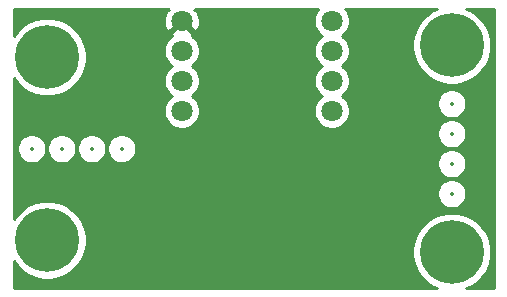
<source format=gbl>
G04 #@! TF.GenerationSoftware,KiCad,Pcbnew,(5.1.9-16-g1737927814)-1*
G04 #@! TF.CreationDate,2021-04-01T12:21:51-04:00*
G04 #@! TF.ProjectId,pressure_ms4525do,70726573-7375-4726-955f-6d7334353235,1*
G04 #@! TF.SameCoordinates,Original*
G04 #@! TF.FileFunction,Copper,L2,Bot*
G04 #@! TF.FilePolarity,Positive*
%FSLAX45Y45*%
G04 Gerber Fmt 4.5, Leading zero omitted, Abs format (unit mm)*
G04 Created by KiCad (PCBNEW (5.1.9-16-g1737927814)-1) date 2021-04-01 12:21:51*
%MOMM*%
%LPD*%
G01*
G04 APERTURE LIST*
G04 #@! TA.AperFunction,ComponentPad*
%ADD10C,1.800000*%
G04 #@! TD*
G04 #@! TA.AperFunction,ComponentPad*
%ADD11C,5.400000*%
G04 #@! TD*
G04 #@! TA.AperFunction,ComponentPad*
%ADD12C,0.800000*%
G04 #@! TD*
G04 #@! TA.AperFunction,ViaPad*
%ADD13C,0.600000*%
G04 #@! TD*
G04 #@! TA.AperFunction,Conductor*
%ADD14C,0.254000*%
G04 #@! TD*
G04 #@! TA.AperFunction,Conductor*
%ADD15C,0.100000*%
G04 #@! TD*
%ADD16C,0.300000*%
%ADD17C,0.350000*%
G04 APERTURE END LIST*
D10*
X2760000Y-169000D03*
X2760000Y-423000D03*
X2760000Y-677000D03*
X2760000Y-931000D03*
X1490000Y-931000D03*
X1490000Y-677000D03*
X1490000Y-423000D03*
X1490000Y-169000D03*
D11*
X3775000Y-2125000D03*
D12*
X3977500Y-2125000D03*
X3918189Y-2268189D03*
X3775000Y-2327500D03*
X3631811Y-2268189D03*
X3572500Y-2125000D03*
X3631811Y-1981811D03*
X3775000Y-1922500D03*
X3918189Y-1981811D03*
D11*
X3775000Y-375000D03*
D12*
X3977500Y-375000D03*
X3918189Y-518189D03*
X3775000Y-577500D03*
X3631811Y-518189D03*
X3572500Y-375000D03*
X3631811Y-231811D03*
X3775000Y-172500D03*
X3918189Y-231811D03*
D11*
X350000Y-2025000D03*
D12*
X552500Y-2025000D03*
X493189Y-2168189D03*
X350000Y-2227500D03*
X206811Y-2168189D03*
X147500Y-2025000D03*
X206811Y-1881811D03*
X350000Y-1822500D03*
X493189Y-1881811D03*
D11*
X350000Y-475000D03*
D12*
X552500Y-475000D03*
X493189Y-618189D03*
X350000Y-677500D03*
X206811Y-618189D03*
X147500Y-475000D03*
X206811Y-331811D03*
X350000Y-272500D03*
X493189Y-331811D03*
D13*
X473000Y-1598000D03*
X981000Y-1594000D03*
X3427000Y-1123000D03*
D14*
X1371997Y-68958D02*
X1383592Y-80553D01*
X1358174Y-88921D01*
X1345084Y-116177D01*
X1337564Y-145464D01*
X1335901Y-175655D01*
X1340160Y-205591D01*
X1350178Y-234120D01*
X1358174Y-249079D01*
X1383592Y-257447D01*
X1472039Y-169000D01*
X1470625Y-167586D01*
X1488586Y-149625D01*
X1490000Y-151040D01*
X1491414Y-149625D01*
X1509375Y-167586D01*
X1507960Y-169000D01*
X1596408Y-257447D01*
X1621826Y-249079D01*
X1634916Y-221822D01*
X1642436Y-192536D01*
X1644099Y-162345D01*
X1639840Y-132409D01*
X1629822Y-103880D01*
X1621826Y-88921D01*
X1596408Y-80553D01*
X1608003Y-68958D01*
X1605045Y-66000D01*
X2645918Y-66000D01*
X2640769Y-71150D01*
X2623970Y-96290D01*
X2612399Y-124226D01*
X2606500Y-153882D01*
X2606500Y-184118D01*
X2612399Y-213774D01*
X2623970Y-241709D01*
X2640769Y-266851D01*
X2662150Y-288231D01*
X2673776Y-296000D01*
X2662150Y-303769D01*
X2640769Y-325150D01*
X2623970Y-350290D01*
X2612399Y-378226D01*
X2606500Y-407882D01*
X2606500Y-438118D01*
X2612399Y-467774D01*
X2623970Y-495709D01*
X2640769Y-520850D01*
X2662150Y-542231D01*
X2673776Y-550000D01*
X2662150Y-557769D01*
X2640769Y-579150D01*
X2623970Y-604291D01*
X2612399Y-632226D01*
X2606500Y-661882D01*
X2606500Y-692118D01*
X2612399Y-721774D01*
X2623970Y-749709D01*
X2640769Y-774850D01*
X2662150Y-796231D01*
X2673776Y-804000D01*
X2662150Y-811769D01*
X2640769Y-833149D01*
X2623970Y-858290D01*
X2612399Y-886226D01*
X2606500Y-915882D01*
X2606500Y-946118D01*
X2612399Y-975774D01*
X2623970Y-1003709D01*
X2640769Y-1028850D01*
X2662150Y-1050231D01*
X2687291Y-1067030D01*
X2715226Y-1078601D01*
X2744882Y-1084500D01*
X2775118Y-1084500D01*
X2804774Y-1078601D01*
X2832709Y-1067030D01*
X2857850Y-1050231D01*
X2879231Y-1028850D01*
X2896030Y-1003709D01*
X2907601Y-975774D01*
X2913500Y-946118D01*
X2913500Y-915882D01*
X2907601Y-886226D01*
X2896030Y-858290D01*
X2895058Y-856836D01*
X3651500Y-856836D01*
X3651500Y-881164D01*
X3656246Y-905024D01*
X3665556Y-927499D01*
X3679071Y-947727D01*
X3696273Y-964929D01*
X3716501Y-978444D01*
X3738976Y-987754D01*
X3762836Y-992500D01*
X3787164Y-992500D01*
X3811024Y-987754D01*
X3833499Y-978444D01*
X3853727Y-964929D01*
X3870929Y-947727D01*
X3884444Y-927499D01*
X3893754Y-905024D01*
X3898500Y-881164D01*
X3898500Y-856836D01*
X3893754Y-832976D01*
X3884444Y-810501D01*
X3870929Y-790273D01*
X3853727Y-773071D01*
X3833499Y-759556D01*
X3811024Y-750246D01*
X3787164Y-745500D01*
X3762836Y-745500D01*
X3738976Y-750246D01*
X3716501Y-759556D01*
X3696273Y-773071D01*
X3679071Y-790273D01*
X3665556Y-810501D01*
X3656246Y-832976D01*
X3651500Y-856836D01*
X2895058Y-856836D01*
X2879231Y-833149D01*
X2857850Y-811769D01*
X2846224Y-804000D01*
X2857850Y-796231D01*
X2879231Y-774850D01*
X2896030Y-749709D01*
X2907601Y-721774D01*
X2913500Y-692118D01*
X2913500Y-661882D01*
X2907601Y-632226D01*
X2896030Y-604291D01*
X2879231Y-579150D01*
X2857850Y-557769D01*
X2846224Y-550000D01*
X2857850Y-542231D01*
X2879231Y-520850D01*
X2896030Y-495709D01*
X2907601Y-467774D01*
X2913500Y-438118D01*
X2913500Y-407882D01*
X2907601Y-378226D01*
X2896030Y-350290D01*
X2879231Y-325150D01*
X2857850Y-303769D01*
X2846224Y-296000D01*
X2857850Y-288231D01*
X2879231Y-266851D01*
X2896030Y-241709D01*
X2907601Y-213774D01*
X2913500Y-184118D01*
X2913500Y-153882D01*
X2907601Y-124226D01*
X2896030Y-96290D01*
X2879231Y-71150D01*
X2874082Y-66000D01*
X3649514Y-66000D01*
X3617028Y-79456D01*
X3562406Y-115954D01*
X3515954Y-162406D01*
X3479456Y-217028D01*
X3454316Y-277722D01*
X3441500Y-342153D01*
X3441500Y-407847D01*
X3454316Y-472278D01*
X3479456Y-532972D01*
X3515954Y-587594D01*
X3562406Y-634046D01*
X3617028Y-670544D01*
X3677722Y-695684D01*
X3742153Y-708500D01*
X3807847Y-708500D01*
X3872278Y-695684D01*
X3932971Y-670544D01*
X3987594Y-634046D01*
X4034046Y-587594D01*
X4070544Y-532972D01*
X4095684Y-472278D01*
X4108500Y-407847D01*
X4108500Y-342153D01*
X4095684Y-277722D01*
X4070544Y-217028D01*
X4034046Y-162406D01*
X3987594Y-115954D01*
X3932971Y-79456D01*
X3900486Y-66000D01*
X4134000Y-66000D01*
X4134000Y-2434000D01*
X3900486Y-2434000D01*
X3932971Y-2420544D01*
X3987594Y-2384046D01*
X4034046Y-2337594D01*
X4070544Y-2282972D01*
X4095684Y-2222278D01*
X4108500Y-2157847D01*
X4108500Y-2092153D01*
X4095684Y-2027722D01*
X4070544Y-1967028D01*
X4034046Y-1912406D01*
X3987594Y-1865954D01*
X3932971Y-1829456D01*
X3872278Y-1804316D01*
X3807847Y-1791500D01*
X3742153Y-1791500D01*
X3677722Y-1804316D01*
X3617028Y-1829456D01*
X3562406Y-1865954D01*
X3515954Y-1912406D01*
X3479456Y-1967028D01*
X3454316Y-2027722D01*
X3441500Y-2092153D01*
X3441500Y-2157847D01*
X3454316Y-2222278D01*
X3479456Y-2282972D01*
X3515954Y-2337594D01*
X3562406Y-2384046D01*
X3617028Y-2420544D01*
X3649514Y-2434000D01*
X66000Y-2434000D01*
X66000Y-2200248D01*
X90954Y-2237594D01*
X137406Y-2284046D01*
X192028Y-2320544D01*
X252722Y-2345684D01*
X317153Y-2358500D01*
X382847Y-2358500D01*
X447278Y-2345684D01*
X507971Y-2320544D01*
X562594Y-2284046D01*
X609046Y-2237594D01*
X645544Y-2182972D01*
X670684Y-2122278D01*
X683500Y-2057847D01*
X683500Y-1992153D01*
X670684Y-1927722D01*
X645544Y-1867028D01*
X609046Y-1812406D01*
X562594Y-1765954D01*
X507971Y-1729456D01*
X447278Y-1704316D01*
X382847Y-1691500D01*
X317153Y-1691500D01*
X252722Y-1704316D01*
X192028Y-1729456D01*
X137406Y-1765954D01*
X90954Y-1812406D01*
X66000Y-1849752D01*
X66000Y-1618836D01*
X3651500Y-1618836D01*
X3651500Y-1643164D01*
X3656246Y-1667024D01*
X3665556Y-1689499D01*
X3679071Y-1709727D01*
X3696273Y-1726929D01*
X3716501Y-1740444D01*
X3738976Y-1749754D01*
X3762836Y-1754500D01*
X3787164Y-1754500D01*
X3811024Y-1749754D01*
X3833499Y-1740444D01*
X3853727Y-1726929D01*
X3870929Y-1709727D01*
X3884444Y-1689499D01*
X3893754Y-1667024D01*
X3898500Y-1643164D01*
X3898500Y-1618836D01*
X3893754Y-1594976D01*
X3884444Y-1572501D01*
X3870929Y-1552273D01*
X3853727Y-1535071D01*
X3833499Y-1521556D01*
X3811024Y-1512246D01*
X3787164Y-1507500D01*
X3762836Y-1507500D01*
X3738976Y-1512246D01*
X3716501Y-1521556D01*
X3696273Y-1535071D01*
X3679071Y-1552273D01*
X3665556Y-1572501D01*
X3656246Y-1594976D01*
X3651500Y-1618836D01*
X66000Y-1618836D01*
X66000Y-1237836D01*
X95500Y-1237836D01*
X95500Y-1262164D01*
X100246Y-1286024D01*
X109556Y-1308499D01*
X123071Y-1328727D01*
X140273Y-1345929D01*
X160501Y-1359444D01*
X182976Y-1368754D01*
X206836Y-1373500D01*
X231164Y-1373500D01*
X255024Y-1368754D01*
X277499Y-1359444D01*
X297727Y-1345929D01*
X314929Y-1328727D01*
X328444Y-1308499D01*
X337754Y-1286024D01*
X342500Y-1262164D01*
X342500Y-1237836D01*
X349500Y-1237836D01*
X349500Y-1262164D01*
X354246Y-1286024D01*
X363556Y-1308499D01*
X377071Y-1328727D01*
X394273Y-1345929D01*
X414501Y-1359444D01*
X436976Y-1368754D01*
X460836Y-1373500D01*
X485164Y-1373500D01*
X509024Y-1368754D01*
X531499Y-1359444D01*
X551727Y-1345929D01*
X568929Y-1328727D01*
X582444Y-1308499D01*
X591754Y-1286024D01*
X596500Y-1262164D01*
X596500Y-1237836D01*
X603500Y-1237836D01*
X603500Y-1262164D01*
X608246Y-1286024D01*
X617556Y-1308499D01*
X631071Y-1328727D01*
X648273Y-1345929D01*
X668501Y-1359444D01*
X690976Y-1368754D01*
X714836Y-1373500D01*
X739164Y-1373500D01*
X763024Y-1368754D01*
X785499Y-1359444D01*
X805727Y-1345929D01*
X822929Y-1328727D01*
X836444Y-1308499D01*
X845754Y-1286024D01*
X850500Y-1262164D01*
X850500Y-1237836D01*
X857500Y-1237836D01*
X857500Y-1262164D01*
X862246Y-1286024D01*
X871556Y-1308499D01*
X885071Y-1328727D01*
X902273Y-1345929D01*
X922501Y-1359444D01*
X944976Y-1368754D01*
X968836Y-1373500D01*
X993164Y-1373500D01*
X1017024Y-1368754D01*
X1026482Y-1364836D01*
X3651500Y-1364836D01*
X3651500Y-1389164D01*
X3656246Y-1413024D01*
X3665556Y-1435499D01*
X3679071Y-1455727D01*
X3696273Y-1472929D01*
X3716501Y-1486444D01*
X3738976Y-1495754D01*
X3762836Y-1500500D01*
X3787164Y-1500500D01*
X3811024Y-1495754D01*
X3833499Y-1486444D01*
X3853727Y-1472929D01*
X3870929Y-1455727D01*
X3884444Y-1435499D01*
X3893754Y-1413024D01*
X3898500Y-1389164D01*
X3898500Y-1364836D01*
X3893754Y-1340976D01*
X3884444Y-1318501D01*
X3870929Y-1298273D01*
X3853727Y-1281071D01*
X3833499Y-1267556D01*
X3811024Y-1258246D01*
X3787164Y-1253500D01*
X3762836Y-1253500D01*
X3738976Y-1258246D01*
X3716501Y-1267556D01*
X3696273Y-1281071D01*
X3679071Y-1298273D01*
X3665556Y-1318501D01*
X3656246Y-1340976D01*
X3651500Y-1364836D01*
X1026482Y-1364836D01*
X1039499Y-1359444D01*
X1059727Y-1345929D01*
X1076929Y-1328727D01*
X1090444Y-1308499D01*
X1099754Y-1286024D01*
X1104500Y-1262164D01*
X1104500Y-1237836D01*
X1099754Y-1213976D01*
X1090444Y-1191501D01*
X1076929Y-1171273D01*
X1059727Y-1154071D01*
X1039499Y-1140556D01*
X1017024Y-1131246D01*
X993164Y-1126500D01*
X968836Y-1126500D01*
X944976Y-1131246D01*
X922501Y-1140556D01*
X902273Y-1154071D01*
X885071Y-1171273D01*
X871556Y-1191501D01*
X862246Y-1213976D01*
X857500Y-1237836D01*
X850500Y-1237836D01*
X845754Y-1213976D01*
X836444Y-1191501D01*
X822929Y-1171273D01*
X805727Y-1154071D01*
X785499Y-1140556D01*
X763024Y-1131246D01*
X739164Y-1126500D01*
X714836Y-1126500D01*
X690976Y-1131246D01*
X668501Y-1140556D01*
X648273Y-1154071D01*
X631071Y-1171273D01*
X617556Y-1191501D01*
X608246Y-1213976D01*
X603500Y-1237836D01*
X596500Y-1237836D01*
X591754Y-1213976D01*
X582444Y-1191501D01*
X568929Y-1171273D01*
X551727Y-1154071D01*
X531499Y-1140556D01*
X509024Y-1131246D01*
X485164Y-1126500D01*
X460836Y-1126500D01*
X436976Y-1131246D01*
X414501Y-1140556D01*
X394273Y-1154071D01*
X377071Y-1171273D01*
X363556Y-1191501D01*
X354246Y-1213976D01*
X349500Y-1237836D01*
X342500Y-1237836D01*
X337754Y-1213976D01*
X328444Y-1191501D01*
X314929Y-1171273D01*
X297727Y-1154071D01*
X277499Y-1140556D01*
X255024Y-1131246D01*
X231164Y-1126500D01*
X206836Y-1126500D01*
X182976Y-1131246D01*
X160501Y-1140556D01*
X140273Y-1154071D01*
X123071Y-1171273D01*
X109556Y-1191501D01*
X100246Y-1213976D01*
X95500Y-1237836D01*
X66000Y-1237836D01*
X66000Y-1110836D01*
X3651500Y-1110836D01*
X3651500Y-1135164D01*
X3656246Y-1159024D01*
X3665556Y-1181499D01*
X3679071Y-1201727D01*
X3696273Y-1218929D01*
X3716501Y-1232444D01*
X3738976Y-1241754D01*
X3762836Y-1246500D01*
X3787164Y-1246500D01*
X3811024Y-1241754D01*
X3833499Y-1232444D01*
X3853727Y-1218929D01*
X3870929Y-1201727D01*
X3884444Y-1181499D01*
X3893754Y-1159024D01*
X3898500Y-1135164D01*
X3898500Y-1110836D01*
X3893754Y-1086976D01*
X3884444Y-1064501D01*
X3870929Y-1044273D01*
X3853727Y-1027071D01*
X3833499Y-1013556D01*
X3811024Y-1004246D01*
X3787164Y-999500D01*
X3762836Y-999500D01*
X3738976Y-1004246D01*
X3716501Y-1013556D01*
X3696273Y-1027071D01*
X3679071Y-1044273D01*
X3665556Y-1064501D01*
X3656246Y-1086976D01*
X3651500Y-1110836D01*
X66000Y-1110836D01*
X66000Y-650248D01*
X90954Y-687594D01*
X137406Y-734046D01*
X192028Y-770544D01*
X252722Y-795684D01*
X317153Y-808500D01*
X382847Y-808500D01*
X447278Y-795684D01*
X507971Y-770544D01*
X562594Y-734046D01*
X609046Y-687594D01*
X645544Y-632972D01*
X670684Y-572278D01*
X683500Y-507847D01*
X683500Y-442153D01*
X676683Y-407882D01*
X1336500Y-407882D01*
X1336500Y-438118D01*
X1342399Y-467774D01*
X1353970Y-495709D01*
X1370769Y-520850D01*
X1392150Y-542231D01*
X1403776Y-550000D01*
X1392150Y-557769D01*
X1370769Y-579150D01*
X1353970Y-604291D01*
X1342399Y-632226D01*
X1336500Y-661882D01*
X1336500Y-692118D01*
X1342399Y-721774D01*
X1353970Y-749709D01*
X1370769Y-774850D01*
X1392150Y-796231D01*
X1403776Y-804000D01*
X1392150Y-811769D01*
X1370769Y-833149D01*
X1353970Y-858290D01*
X1342399Y-886226D01*
X1336500Y-915882D01*
X1336500Y-946118D01*
X1342399Y-975774D01*
X1353970Y-1003709D01*
X1370769Y-1028850D01*
X1392150Y-1050231D01*
X1417290Y-1067030D01*
X1445226Y-1078601D01*
X1474882Y-1084500D01*
X1505118Y-1084500D01*
X1534774Y-1078601D01*
X1562709Y-1067030D01*
X1587850Y-1050231D01*
X1609231Y-1028850D01*
X1626030Y-1003709D01*
X1637601Y-975774D01*
X1643500Y-946118D01*
X1643500Y-915882D01*
X1637601Y-886226D01*
X1626030Y-858290D01*
X1609231Y-833149D01*
X1587850Y-811769D01*
X1576224Y-804000D01*
X1587850Y-796231D01*
X1609231Y-774850D01*
X1626030Y-749709D01*
X1637601Y-721774D01*
X1643500Y-692118D01*
X1643500Y-661882D01*
X1637601Y-632226D01*
X1626030Y-604291D01*
X1609231Y-579150D01*
X1587850Y-557769D01*
X1576224Y-550000D01*
X1587850Y-542231D01*
X1609231Y-520850D01*
X1626030Y-495709D01*
X1637601Y-467774D01*
X1643500Y-438118D01*
X1643500Y-407882D01*
X1637601Y-378226D01*
X1626030Y-350290D01*
X1609231Y-325150D01*
X1587850Y-303769D01*
X1572489Y-293505D01*
X1578447Y-275408D01*
X1490000Y-186960D01*
X1401552Y-275408D01*
X1407510Y-293505D01*
X1392150Y-303769D01*
X1370769Y-325150D01*
X1353970Y-350290D01*
X1342399Y-378226D01*
X1336500Y-407882D01*
X676683Y-407882D01*
X670684Y-377722D01*
X645544Y-317029D01*
X609046Y-262406D01*
X562594Y-215954D01*
X507971Y-179456D01*
X447278Y-154316D01*
X382847Y-141500D01*
X317153Y-141500D01*
X252722Y-154316D01*
X192028Y-179456D01*
X137406Y-215954D01*
X90954Y-262406D01*
X66000Y-299752D01*
X66000Y-66000D01*
X1374955Y-66000D01*
X1371997Y-68958D01*
G04 #@! TA.AperFunction,Conductor*
D15*
G36*
X1371997Y-68958D02*
G01*
X1383592Y-80553D01*
X1358174Y-88921D01*
X1345084Y-116177D01*
X1337564Y-145464D01*
X1335901Y-175655D01*
X1340160Y-205591D01*
X1350178Y-234120D01*
X1358174Y-249079D01*
X1383592Y-257447D01*
X1472039Y-169000D01*
X1470625Y-167586D01*
X1488586Y-149625D01*
X1490000Y-151040D01*
X1491414Y-149625D01*
X1509375Y-167586D01*
X1507960Y-169000D01*
X1596408Y-257447D01*
X1621826Y-249079D01*
X1634916Y-221822D01*
X1642436Y-192536D01*
X1644099Y-162345D01*
X1639840Y-132409D01*
X1629822Y-103880D01*
X1621826Y-88921D01*
X1596408Y-80553D01*
X1608003Y-68958D01*
X1605045Y-66000D01*
X2645918Y-66000D01*
X2640769Y-71150D01*
X2623970Y-96290D01*
X2612399Y-124226D01*
X2606500Y-153882D01*
X2606500Y-184118D01*
X2612399Y-213774D01*
X2623970Y-241709D01*
X2640769Y-266851D01*
X2662150Y-288231D01*
X2673776Y-296000D01*
X2662150Y-303769D01*
X2640769Y-325150D01*
X2623970Y-350290D01*
X2612399Y-378226D01*
X2606500Y-407882D01*
X2606500Y-438118D01*
X2612399Y-467774D01*
X2623970Y-495709D01*
X2640769Y-520850D01*
X2662150Y-542231D01*
X2673776Y-550000D01*
X2662150Y-557769D01*
X2640769Y-579150D01*
X2623970Y-604291D01*
X2612399Y-632226D01*
X2606500Y-661882D01*
X2606500Y-692118D01*
X2612399Y-721774D01*
X2623970Y-749709D01*
X2640769Y-774850D01*
X2662150Y-796231D01*
X2673776Y-804000D01*
X2662150Y-811769D01*
X2640769Y-833149D01*
X2623970Y-858290D01*
X2612399Y-886226D01*
X2606500Y-915882D01*
X2606500Y-946118D01*
X2612399Y-975774D01*
X2623970Y-1003709D01*
X2640769Y-1028850D01*
X2662150Y-1050231D01*
X2687291Y-1067030D01*
X2715226Y-1078601D01*
X2744882Y-1084500D01*
X2775118Y-1084500D01*
X2804774Y-1078601D01*
X2832709Y-1067030D01*
X2857850Y-1050231D01*
X2879231Y-1028850D01*
X2896030Y-1003709D01*
X2907601Y-975774D01*
X2913500Y-946118D01*
X2913500Y-915882D01*
X2907601Y-886226D01*
X2896030Y-858290D01*
X2895058Y-856836D01*
X3651500Y-856836D01*
X3651500Y-881164D01*
X3656246Y-905024D01*
X3665556Y-927499D01*
X3679071Y-947727D01*
X3696273Y-964929D01*
X3716501Y-978444D01*
X3738976Y-987754D01*
X3762836Y-992500D01*
X3787164Y-992500D01*
X3811024Y-987754D01*
X3833499Y-978444D01*
X3853727Y-964929D01*
X3870929Y-947727D01*
X3884444Y-927499D01*
X3893754Y-905024D01*
X3898500Y-881164D01*
X3898500Y-856836D01*
X3893754Y-832976D01*
X3884444Y-810501D01*
X3870929Y-790273D01*
X3853727Y-773071D01*
X3833499Y-759556D01*
X3811024Y-750246D01*
X3787164Y-745500D01*
X3762836Y-745500D01*
X3738976Y-750246D01*
X3716501Y-759556D01*
X3696273Y-773071D01*
X3679071Y-790273D01*
X3665556Y-810501D01*
X3656246Y-832976D01*
X3651500Y-856836D01*
X2895058Y-856836D01*
X2879231Y-833149D01*
X2857850Y-811769D01*
X2846224Y-804000D01*
X2857850Y-796231D01*
X2879231Y-774850D01*
X2896030Y-749709D01*
X2907601Y-721774D01*
X2913500Y-692118D01*
X2913500Y-661882D01*
X2907601Y-632226D01*
X2896030Y-604291D01*
X2879231Y-579150D01*
X2857850Y-557769D01*
X2846224Y-550000D01*
X2857850Y-542231D01*
X2879231Y-520850D01*
X2896030Y-495709D01*
X2907601Y-467774D01*
X2913500Y-438118D01*
X2913500Y-407882D01*
X2907601Y-378226D01*
X2896030Y-350290D01*
X2879231Y-325150D01*
X2857850Y-303769D01*
X2846224Y-296000D01*
X2857850Y-288231D01*
X2879231Y-266851D01*
X2896030Y-241709D01*
X2907601Y-213774D01*
X2913500Y-184118D01*
X2913500Y-153882D01*
X2907601Y-124226D01*
X2896030Y-96290D01*
X2879231Y-71150D01*
X2874082Y-66000D01*
X3649514Y-66000D01*
X3617028Y-79456D01*
X3562406Y-115954D01*
X3515954Y-162406D01*
X3479456Y-217028D01*
X3454316Y-277722D01*
X3441500Y-342153D01*
X3441500Y-407847D01*
X3454316Y-472278D01*
X3479456Y-532972D01*
X3515954Y-587594D01*
X3562406Y-634046D01*
X3617028Y-670544D01*
X3677722Y-695684D01*
X3742153Y-708500D01*
X3807847Y-708500D01*
X3872278Y-695684D01*
X3932971Y-670544D01*
X3987594Y-634046D01*
X4034046Y-587594D01*
X4070544Y-532972D01*
X4095684Y-472278D01*
X4108500Y-407847D01*
X4108500Y-342153D01*
X4095684Y-277722D01*
X4070544Y-217028D01*
X4034046Y-162406D01*
X3987594Y-115954D01*
X3932971Y-79456D01*
X3900486Y-66000D01*
X4134000Y-66000D01*
X4134000Y-2434000D01*
X3900486Y-2434000D01*
X3932971Y-2420544D01*
X3987594Y-2384046D01*
X4034046Y-2337594D01*
X4070544Y-2282972D01*
X4095684Y-2222278D01*
X4108500Y-2157847D01*
X4108500Y-2092153D01*
X4095684Y-2027722D01*
X4070544Y-1967028D01*
X4034046Y-1912406D01*
X3987594Y-1865954D01*
X3932971Y-1829456D01*
X3872278Y-1804316D01*
X3807847Y-1791500D01*
X3742153Y-1791500D01*
X3677722Y-1804316D01*
X3617028Y-1829456D01*
X3562406Y-1865954D01*
X3515954Y-1912406D01*
X3479456Y-1967028D01*
X3454316Y-2027722D01*
X3441500Y-2092153D01*
X3441500Y-2157847D01*
X3454316Y-2222278D01*
X3479456Y-2282972D01*
X3515954Y-2337594D01*
X3562406Y-2384046D01*
X3617028Y-2420544D01*
X3649514Y-2434000D01*
X66000Y-2434000D01*
X66000Y-2200248D01*
X90954Y-2237594D01*
X137406Y-2284046D01*
X192028Y-2320544D01*
X252722Y-2345684D01*
X317153Y-2358500D01*
X382847Y-2358500D01*
X447278Y-2345684D01*
X507971Y-2320544D01*
X562594Y-2284046D01*
X609046Y-2237594D01*
X645544Y-2182972D01*
X670684Y-2122278D01*
X683500Y-2057847D01*
X683500Y-1992153D01*
X670684Y-1927722D01*
X645544Y-1867028D01*
X609046Y-1812406D01*
X562594Y-1765954D01*
X507971Y-1729456D01*
X447278Y-1704316D01*
X382847Y-1691500D01*
X317153Y-1691500D01*
X252722Y-1704316D01*
X192028Y-1729456D01*
X137406Y-1765954D01*
X90954Y-1812406D01*
X66000Y-1849752D01*
X66000Y-1618836D01*
X3651500Y-1618836D01*
X3651500Y-1643164D01*
X3656246Y-1667024D01*
X3665556Y-1689499D01*
X3679071Y-1709727D01*
X3696273Y-1726929D01*
X3716501Y-1740444D01*
X3738976Y-1749754D01*
X3762836Y-1754500D01*
X3787164Y-1754500D01*
X3811024Y-1749754D01*
X3833499Y-1740444D01*
X3853727Y-1726929D01*
X3870929Y-1709727D01*
X3884444Y-1689499D01*
X3893754Y-1667024D01*
X3898500Y-1643164D01*
X3898500Y-1618836D01*
X3893754Y-1594976D01*
X3884444Y-1572501D01*
X3870929Y-1552273D01*
X3853727Y-1535071D01*
X3833499Y-1521556D01*
X3811024Y-1512246D01*
X3787164Y-1507500D01*
X3762836Y-1507500D01*
X3738976Y-1512246D01*
X3716501Y-1521556D01*
X3696273Y-1535071D01*
X3679071Y-1552273D01*
X3665556Y-1572501D01*
X3656246Y-1594976D01*
X3651500Y-1618836D01*
X66000Y-1618836D01*
X66000Y-1237836D01*
X95500Y-1237836D01*
X95500Y-1262164D01*
X100246Y-1286024D01*
X109556Y-1308499D01*
X123071Y-1328727D01*
X140273Y-1345929D01*
X160501Y-1359444D01*
X182976Y-1368754D01*
X206836Y-1373500D01*
X231164Y-1373500D01*
X255024Y-1368754D01*
X277499Y-1359444D01*
X297727Y-1345929D01*
X314929Y-1328727D01*
X328444Y-1308499D01*
X337754Y-1286024D01*
X342500Y-1262164D01*
X342500Y-1237836D01*
X349500Y-1237836D01*
X349500Y-1262164D01*
X354246Y-1286024D01*
X363556Y-1308499D01*
X377071Y-1328727D01*
X394273Y-1345929D01*
X414501Y-1359444D01*
X436976Y-1368754D01*
X460836Y-1373500D01*
X485164Y-1373500D01*
X509024Y-1368754D01*
X531499Y-1359444D01*
X551727Y-1345929D01*
X568929Y-1328727D01*
X582444Y-1308499D01*
X591754Y-1286024D01*
X596500Y-1262164D01*
X596500Y-1237836D01*
X603500Y-1237836D01*
X603500Y-1262164D01*
X608246Y-1286024D01*
X617556Y-1308499D01*
X631071Y-1328727D01*
X648273Y-1345929D01*
X668501Y-1359444D01*
X690976Y-1368754D01*
X714836Y-1373500D01*
X739164Y-1373500D01*
X763024Y-1368754D01*
X785499Y-1359444D01*
X805727Y-1345929D01*
X822929Y-1328727D01*
X836444Y-1308499D01*
X845754Y-1286024D01*
X850500Y-1262164D01*
X850500Y-1237836D01*
X857500Y-1237836D01*
X857500Y-1262164D01*
X862246Y-1286024D01*
X871556Y-1308499D01*
X885071Y-1328727D01*
X902273Y-1345929D01*
X922501Y-1359444D01*
X944976Y-1368754D01*
X968836Y-1373500D01*
X993164Y-1373500D01*
X1017024Y-1368754D01*
X1026482Y-1364836D01*
X3651500Y-1364836D01*
X3651500Y-1389164D01*
X3656246Y-1413024D01*
X3665556Y-1435499D01*
X3679071Y-1455727D01*
X3696273Y-1472929D01*
X3716501Y-1486444D01*
X3738976Y-1495754D01*
X3762836Y-1500500D01*
X3787164Y-1500500D01*
X3811024Y-1495754D01*
X3833499Y-1486444D01*
X3853727Y-1472929D01*
X3870929Y-1455727D01*
X3884444Y-1435499D01*
X3893754Y-1413024D01*
X3898500Y-1389164D01*
X3898500Y-1364836D01*
X3893754Y-1340976D01*
X3884444Y-1318501D01*
X3870929Y-1298273D01*
X3853727Y-1281071D01*
X3833499Y-1267556D01*
X3811024Y-1258246D01*
X3787164Y-1253500D01*
X3762836Y-1253500D01*
X3738976Y-1258246D01*
X3716501Y-1267556D01*
X3696273Y-1281071D01*
X3679071Y-1298273D01*
X3665556Y-1318501D01*
X3656246Y-1340976D01*
X3651500Y-1364836D01*
X1026482Y-1364836D01*
X1039499Y-1359444D01*
X1059727Y-1345929D01*
X1076929Y-1328727D01*
X1090444Y-1308499D01*
X1099754Y-1286024D01*
X1104500Y-1262164D01*
X1104500Y-1237836D01*
X1099754Y-1213976D01*
X1090444Y-1191501D01*
X1076929Y-1171273D01*
X1059727Y-1154071D01*
X1039499Y-1140556D01*
X1017024Y-1131246D01*
X993164Y-1126500D01*
X968836Y-1126500D01*
X944976Y-1131246D01*
X922501Y-1140556D01*
X902273Y-1154071D01*
X885071Y-1171273D01*
X871556Y-1191501D01*
X862246Y-1213976D01*
X857500Y-1237836D01*
X850500Y-1237836D01*
X845754Y-1213976D01*
X836444Y-1191501D01*
X822929Y-1171273D01*
X805727Y-1154071D01*
X785499Y-1140556D01*
X763024Y-1131246D01*
X739164Y-1126500D01*
X714836Y-1126500D01*
X690976Y-1131246D01*
X668501Y-1140556D01*
X648273Y-1154071D01*
X631071Y-1171273D01*
X617556Y-1191501D01*
X608246Y-1213976D01*
X603500Y-1237836D01*
X596500Y-1237836D01*
X591754Y-1213976D01*
X582444Y-1191501D01*
X568929Y-1171273D01*
X551727Y-1154071D01*
X531499Y-1140556D01*
X509024Y-1131246D01*
X485164Y-1126500D01*
X460836Y-1126500D01*
X436976Y-1131246D01*
X414501Y-1140556D01*
X394273Y-1154071D01*
X377071Y-1171273D01*
X363556Y-1191501D01*
X354246Y-1213976D01*
X349500Y-1237836D01*
X342500Y-1237836D01*
X337754Y-1213976D01*
X328444Y-1191501D01*
X314929Y-1171273D01*
X297727Y-1154071D01*
X277499Y-1140556D01*
X255024Y-1131246D01*
X231164Y-1126500D01*
X206836Y-1126500D01*
X182976Y-1131246D01*
X160501Y-1140556D01*
X140273Y-1154071D01*
X123071Y-1171273D01*
X109556Y-1191501D01*
X100246Y-1213976D01*
X95500Y-1237836D01*
X66000Y-1237836D01*
X66000Y-1110836D01*
X3651500Y-1110836D01*
X3651500Y-1135164D01*
X3656246Y-1159024D01*
X3665556Y-1181499D01*
X3679071Y-1201727D01*
X3696273Y-1218929D01*
X3716501Y-1232444D01*
X3738976Y-1241754D01*
X3762836Y-1246500D01*
X3787164Y-1246500D01*
X3811024Y-1241754D01*
X3833499Y-1232444D01*
X3853727Y-1218929D01*
X3870929Y-1201727D01*
X3884444Y-1181499D01*
X3893754Y-1159024D01*
X3898500Y-1135164D01*
X3898500Y-1110836D01*
X3893754Y-1086976D01*
X3884444Y-1064501D01*
X3870929Y-1044273D01*
X3853727Y-1027071D01*
X3833499Y-1013556D01*
X3811024Y-1004246D01*
X3787164Y-999500D01*
X3762836Y-999500D01*
X3738976Y-1004246D01*
X3716501Y-1013556D01*
X3696273Y-1027071D01*
X3679071Y-1044273D01*
X3665556Y-1064501D01*
X3656246Y-1086976D01*
X3651500Y-1110836D01*
X66000Y-1110836D01*
X66000Y-650248D01*
X90954Y-687594D01*
X137406Y-734046D01*
X192028Y-770544D01*
X252722Y-795684D01*
X317153Y-808500D01*
X382847Y-808500D01*
X447278Y-795684D01*
X507971Y-770544D01*
X562594Y-734046D01*
X609046Y-687594D01*
X645544Y-632972D01*
X670684Y-572278D01*
X683500Y-507847D01*
X683500Y-442153D01*
X676683Y-407882D01*
X1336500Y-407882D01*
X1336500Y-438118D01*
X1342399Y-467774D01*
X1353970Y-495709D01*
X1370769Y-520850D01*
X1392150Y-542231D01*
X1403776Y-550000D01*
X1392150Y-557769D01*
X1370769Y-579150D01*
X1353970Y-604291D01*
X1342399Y-632226D01*
X1336500Y-661882D01*
X1336500Y-692118D01*
X1342399Y-721774D01*
X1353970Y-749709D01*
X1370769Y-774850D01*
X1392150Y-796231D01*
X1403776Y-804000D01*
X1392150Y-811769D01*
X1370769Y-833149D01*
X1353970Y-858290D01*
X1342399Y-886226D01*
X1336500Y-915882D01*
X1336500Y-946118D01*
X1342399Y-975774D01*
X1353970Y-1003709D01*
X1370769Y-1028850D01*
X1392150Y-1050231D01*
X1417290Y-1067030D01*
X1445226Y-1078601D01*
X1474882Y-1084500D01*
X1505118Y-1084500D01*
X1534774Y-1078601D01*
X1562709Y-1067030D01*
X1587850Y-1050231D01*
X1609231Y-1028850D01*
X1626030Y-1003709D01*
X1637601Y-975774D01*
X1643500Y-946118D01*
X1643500Y-915882D01*
X1637601Y-886226D01*
X1626030Y-858290D01*
X1609231Y-833149D01*
X1587850Y-811769D01*
X1576224Y-804000D01*
X1587850Y-796231D01*
X1609231Y-774850D01*
X1626030Y-749709D01*
X1637601Y-721774D01*
X1643500Y-692118D01*
X1643500Y-661882D01*
X1637601Y-632226D01*
X1626030Y-604291D01*
X1609231Y-579150D01*
X1587850Y-557769D01*
X1576224Y-550000D01*
X1587850Y-542231D01*
X1609231Y-520850D01*
X1626030Y-495709D01*
X1637601Y-467774D01*
X1643500Y-438118D01*
X1643500Y-407882D01*
X1637601Y-378226D01*
X1626030Y-350290D01*
X1609231Y-325150D01*
X1587850Y-303769D01*
X1572489Y-293505D01*
X1578447Y-275408D01*
X1490000Y-186960D01*
X1401552Y-275408D01*
X1407510Y-293505D01*
X1392150Y-303769D01*
X1370769Y-325150D01*
X1353970Y-350290D01*
X1342399Y-378226D01*
X1336500Y-407882D01*
X676683Y-407882D01*
X670684Y-377722D01*
X645544Y-317029D01*
X609046Y-262406D01*
X562594Y-215954D01*
X507971Y-179456D01*
X447278Y-154316D01*
X382847Y-141500D01*
X317153Y-141500D01*
X252722Y-154316D01*
X192028Y-179456D01*
X137406Y-215954D01*
X90954Y-262406D01*
X66000Y-299752D01*
X66000Y-66000D01*
X1374955Y-66000D01*
X1371997Y-68958D01*
G37*
G04 #@! TD.AperFunction*
D16*
X473000Y-1598000D03*
X981000Y-1594000D03*
X3427000Y-1123000D03*
D17*
X727000Y-1250000D03*
X473000Y-1250000D03*
X219000Y-1250000D03*
X981000Y-1250000D03*
X3775000Y-1377000D03*
X3775000Y-1123000D03*
X3775000Y-869000D03*
X3775000Y-1631000D03*
X2760000Y-169000D03*
X2760000Y-423000D03*
X2760000Y-677000D03*
X2760000Y-931000D03*
X1490000Y-931000D03*
X1490000Y-677000D03*
X1490000Y-423000D03*
X1490000Y-169000D03*
X3775000Y-2125000D03*
X3977500Y-2125000D03*
X3918189Y-2268189D03*
X3775000Y-2327500D03*
X3631811Y-2268189D03*
X3572500Y-2125000D03*
X3631811Y-1981811D03*
X3775000Y-1922500D03*
X3918189Y-1981811D03*
X3775000Y-375000D03*
X3977500Y-375000D03*
X3918189Y-518189D03*
X3775000Y-577500D03*
X3631811Y-518189D03*
X3572500Y-375000D03*
X3631811Y-231811D03*
X3775000Y-172500D03*
X3918189Y-231811D03*
X350000Y-2025000D03*
X552500Y-2025000D03*
X493189Y-2168189D03*
X350000Y-2227500D03*
X206811Y-2168189D03*
X147500Y-2025000D03*
X206811Y-1881811D03*
X350000Y-1822500D03*
X493189Y-1881811D03*
X350000Y-475000D03*
X552500Y-475000D03*
X493189Y-618189D03*
X350000Y-677500D03*
X206811Y-618189D03*
X147500Y-475000D03*
X206811Y-331811D03*
X350000Y-272500D03*
X493189Y-331811D03*
M02*

</source>
